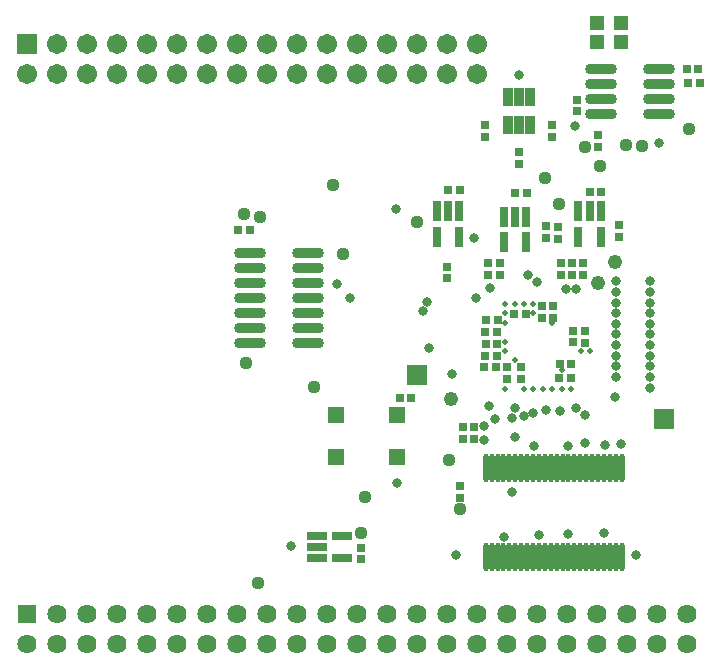
<source format=gts>
%FSLAX25Y25*%
%MOIN*%
G70*
G01*
G75*
G04 Layer_Color=8388736*
%ADD10R,0.02362X0.01969*%
%ADD11R,0.01969X0.02362*%
%ADD12R,0.03937X0.03937*%
%ADD13R,0.02756X0.05118*%
%ADD14O,0.09843X0.02756*%
%ADD15O,0.00984X0.08709*%
%ADD16R,0.02165X0.05709*%
%ADD17R,0.02165X0.05709*%
%ADD18R,0.05709X0.02165*%
%ADD19R,0.05709X0.02165*%
%ADD20R,0.05500X0.05500*%
%ADD21C,0.00600*%
%ADD22C,0.01000*%
%ADD23R,0.04016X0.47795*%
%ADD24R,0.19930X0.02835*%
%ADD25R,0.05709X0.11535*%
%ADD26R,0.11693X0.05748*%
%ADD27R,0.09685X0.11614*%
%ADD28R,0.10354X0.24724*%
%ADD29R,0.03976X0.38622*%
%ADD30R,0.07756X0.05591*%
%ADD31R,0.02795X0.25433*%
%ADD32R,0.11102X0.04685*%
%ADD33R,0.22165X0.17244*%
%ADD34R,0.18858X0.15748*%
%ADD35R,0.03150X0.09449*%
%ADD36R,0.06299X0.06299*%
%ADD37R,0.04331X0.03937*%
%ADD38R,0.14756X0.04150*%
%ADD39C,0.04000*%
%ADD40C,0.05906*%
%ADD41R,0.05906X0.05906*%
%ADD42R,0.06000X0.06000*%
%ADD43C,0.06000*%
%ADD44C,0.02400*%
%ADD45C,0.01181*%
%ADD46C,0.03600*%
%ADD47R,0.06102X0.05512*%
%ADD48C,0.01969*%
%ADD49R,0.06732X0.10591*%
%ADD50R,0.03740X0.01811*%
%ADD51R,0.01614X0.03150*%
%ADD52R,0.01811X0.06772*%
%ADD53R,0.04134X0.15748*%
%ADD54R,0.05118X0.03150*%
%ADD55R,0.10827X0.05079*%
%ADD56R,0.04764X0.03898*%
%ADD57R,0.07559X0.05039*%
%ADD58R,0.07323X0.08110*%
%ADD59R,0.08425X0.10433*%
%ADD60R,0.04882X0.04803*%
%ADD61R,0.07008X0.05315*%
%ADD62R,0.03701X0.18425*%
%ADD63R,0.06299X0.10630*%
%ADD64R,0.04724X0.02362*%
%ADD65R,0.06299X0.01969*%
%ADD66R,0.12165X0.03661*%
%ADD67R,0.14488X0.02402*%
%ADD68R,0.05236X0.01969*%
%ADD69R,0.14724X0.11417*%
%ADD70C,0.00984*%
%ADD71C,0.02362*%
%ADD72C,0.00394*%
%ADD73C,0.00787*%
%ADD74C,0.00100*%
%ADD75C,0.00800*%
%ADD76C,0.00500*%
%ADD77R,0.03162X0.02769*%
%ADD78R,0.02769X0.03162*%
%ADD79R,0.04737X0.04737*%
%ADD80R,0.03556X0.05918*%
%ADD81O,0.10642X0.03556*%
%ADD82O,0.01784X0.09509*%
%ADD83R,0.02965X0.06509*%
%ADD84R,0.02965X0.06509*%
%ADD85R,0.06509X0.02965*%
%ADD86R,0.06509X0.02965*%
%ADD87C,0.04800*%
%ADD88C,0.06706*%
%ADD89R,0.06706X0.06706*%
%ADD90R,0.06400X0.06400*%
%ADD91C,0.06400*%
%ADD92C,0.03200*%
%ADD93C,0.01981*%
%ADD94C,0.04400*%
D20*
X114887Y73690D02*
D03*
X135387D02*
D03*
X114887Y87690D02*
D03*
X135387D02*
D03*
D77*
X140079Y93386D02*
D03*
X136142D02*
D03*
X232166Y198414D02*
D03*
X236103D02*
D03*
X203416Y162031D02*
D03*
X199479D02*
D03*
X178613Y161638D02*
D03*
X174676D02*
D03*
X156172Y162819D02*
D03*
X152235D02*
D03*
X82156Y149299D02*
D03*
X86093D02*
D03*
X231772Y203138D02*
D03*
X235709D02*
D03*
X164961Y119409D02*
D03*
X168898D02*
D03*
X164685Y115512D02*
D03*
X168622D02*
D03*
X164606Y107520D02*
D03*
X168543D02*
D03*
X164803Y111535D02*
D03*
X168740D02*
D03*
X164331Y103622D02*
D03*
X168268D02*
D03*
X193347Y100118D02*
D03*
X189409D02*
D03*
X193377Y104709D02*
D03*
X189440D02*
D03*
X178150Y121417D02*
D03*
X174213D02*
D03*
D78*
X193858Y111969D02*
D03*
Y115905D02*
D03*
X195158Y188965D02*
D03*
Y192902D02*
D03*
X202244Y177154D02*
D03*
Y181091D02*
D03*
X175984Y175433D02*
D03*
Y171496D02*
D03*
X164606Y184449D02*
D03*
Y180512D02*
D03*
X187008Y184331D02*
D03*
Y180394D02*
D03*
X209322Y151008D02*
D03*
Y147071D02*
D03*
X188900Y146531D02*
D03*
Y150469D02*
D03*
X184912Y150614D02*
D03*
Y146677D02*
D03*
X190030Y138409D02*
D03*
Y134472D02*
D03*
X193574Y138409D02*
D03*
Y134472D02*
D03*
X169558Y138409D02*
D03*
Y134472D02*
D03*
X160897Y83685D02*
D03*
Y79748D02*
D03*
X157353Y83685D02*
D03*
Y79748D02*
D03*
X123367Y39654D02*
D03*
Y43591D02*
D03*
X151772Y133307D02*
D03*
Y137244D02*
D03*
X197117Y134472D02*
D03*
Y138409D02*
D03*
X165621Y138409D02*
D03*
Y134472D02*
D03*
X156172Y60063D02*
D03*
Y64000D02*
D03*
X187126Y124094D02*
D03*
Y120158D02*
D03*
X183425Y124173D02*
D03*
Y120236D02*
D03*
X171920Y99827D02*
D03*
Y103764D02*
D03*
X176693Y99882D02*
D03*
Y103819D02*
D03*
X198071Y111850D02*
D03*
Y115787D02*
D03*
D79*
X209922Y218454D02*
D03*
Y212154D02*
D03*
X202059Y218390D02*
D03*
Y212091D02*
D03*
D80*
X179724Y193858D02*
D03*
X175984D02*
D03*
X172244D02*
D03*
Y184409D02*
D03*
X175984D02*
D03*
X179724D02*
D03*
D81*
X203228Y203158D02*
D03*
Y198158D02*
D03*
Y193158D02*
D03*
Y188158D02*
D03*
X222520Y203158D02*
D03*
Y198158D02*
D03*
Y193158D02*
D03*
Y188158D02*
D03*
X105581Y111858D02*
D03*
Y116858D02*
D03*
Y121858D02*
D03*
Y126858D02*
D03*
Y131858D02*
D03*
Y136858D02*
D03*
Y141858D02*
D03*
X86290Y111858D02*
D03*
Y116858D02*
D03*
Y121858D02*
D03*
Y126858D02*
D03*
Y131858D02*
D03*
Y136858D02*
D03*
Y141858D02*
D03*
D82*
X164833Y40559D02*
D03*
X166802D02*
D03*
X168771D02*
D03*
X170739D02*
D03*
X172707D02*
D03*
X174676D02*
D03*
X176645D02*
D03*
X178613D02*
D03*
X180581D02*
D03*
X182550D02*
D03*
X184519D02*
D03*
X186487D02*
D03*
X188456D02*
D03*
X190424D02*
D03*
X192393D02*
D03*
X194361D02*
D03*
X196330D02*
D03*
X198298D02*
D03*
X200267D02*
D03*
X202235D02*
D03*
X204204D02*
D03*
X206172D02*
D03*
X208141D02*
D03*
X210109D02*
D03*
X164833Y70224D02*
D03*
X166802D02*
D03*
X168771D02*
D03*
X170739D02*
D03*
X172707D02*
D03*
X174676D02*
D03*
X176645D02*
D03*
X178613D02*
D03*
X180581D02*
D03*
X182550D02*
D03*
X184519D02*
D03*
X186487D02*
D03*
X188456D02*
D03*
X190424D02*
D03*
X192393D02*
D03*
X194361D02*
D03*
X196330D02*
D03*
X198298D02*
D03*
X200267D02*
D03*
X202235D02*
D03*
X204204D02*
D03*
X206172D02*
D03*
X208141D02*
D03*
X210109D02*
D03*
D83*
X203219Y155634D02*
D03*
X178416Y153799D02*
D03*
X155975Y155634D02*
D03*
D84*
X199479Y155634D02*
D03*
X195739D02*
D03*
Y147169D02*
D03*
X203219D02*
D03*
X174676Y153799D02*
D03*
X170936D02*
D03*
Y145335D02*
D03*
X178416D02*
D03*
X152235Y155634D02*
D03*
X148495D02*
D03*
Y147169D02*
D03*
X155975D02*
D03*
D85*
X108426Y47544D02*
D03*
D86*
X108426Y43804D02*
D03*
Y40064D02*
D03*
X116891D02*
D03*
Y47544D02*
D03*
D87*
X207992Y138661D02*
D03*
X153416Y93134D02*
D03*
X202235Y131716D02*
D03*
D88*
X162000Y201297D02*
D03*
Y211297D02*
D03*
X152000Y201297D02*
D03*
Y211297D02*
D03*
X142000Y201297D02*
D03*
Y211297D02*
D03*
X132000Y201297D02*
D03*
Y211297D02*
D03*
X122000Y201297D02*
D03*
Y211297D02*
D03*
X112000Y201297D02*
D03*
Y211297D02*
D03*
X102000Y201297D02*
D03*
Y211297D02*
D03*
X92000Y201297D02*
D03*
Y211297D02*
D03*
X82000Y201297D02*
D03*
Y211297D02*
D03*
X72000Y201297D02*
D03*
Y211297D02*
D03*
X62000Y201297D02*
D03*
Y211297D02*
D03*
X52000Y201297D02*
D03*
Y211297D02*
D03*
X42000Y201297D02*
D03*
Y211297D02*
D03*
X32000Y201297D02*
D03*
Y211297D02*
D03*
X22000Y201297D02*
D03*
Y211297D02*
D03*
X12000Y201297D02*
D03*
D89*
Y211297D02*
D03*
X141999Y101008D02*
D03*
X224200Y86339D02*
D03*
D90*
X12000Y21297D02*
D03*
D91*
Y11297D02*
D03*
X92001Y21297D02*
D03*
X82000Y11297D02*
D03*
Y21297D02*
D03*
X62001D02*
D03*
X72000Y11297D02*
D03*
X62001D02*
D03*
X102000Y21297D02*
D03*
X72000D02*
D03*
X92001Y11297D02*
D03*
X132001D02*
D03*
X52000Y21297D02*
D03*
X42000D02*
D03*
Y11297D02*
D03*
X52000D02*
D03*
X142000D02*
D03*
Y21297D02*
D03*
X152000D02*
D03*
Y11297D02*
D03*
X232000Y21297D02*
D03*
X222001Y11297D02*
D03*
X212000Y21297D02*
D03*
Y11297D02*
D03*
X202000Y21297D02*
D03*
Y11297D02*
D03*
X192000D02*
D03*
X182001D02*
D03*
X172001D02*
D03*
X182001Y21297D02*
D03*
X172001D02*
D03*
X162001D02*
D03*
Y11297D02*
D03*
X32000Y21297D02*
D03*
Y11297D02*
D03*
X102000D02*
D03*
X132001Y21297D02*
D03*
X122001Y11297D02*
D03*
X192000Y21297D02*
D03*
X232000Y11297D02*
D03*
X222001Y21297D02*
D03*
X112001D02*
D03*
X122001D02*
D03*
X112001Y11297D02*
D03*
X22001Y21297D02*
D03*
Y11297D02*
D03*
D92*
X178800Y134400D02*
D03*
X207953Y93622D02*
D03*
X175984Y201024D02*
D03*
X164331Y79331D02*
D03*
X192393Y48237D02*
D03*
X182550Y47904D02*
D03*
X170787Y47087D02*
D03*
X204095Y48583D02*
D03*
X100039Y44094D02*
D03*
X135315Y65197D02*
D03*
X194528Y184016D02*
D03*
X222520Y178532D02*
D03*
X165791Y90828D02*
D03*
X153543Y101457D02*
D03*
X145984Y110236D02*
D03*
X208313Y114646D02*
D03*
Y132362D02*
D03*
Y128819D02*
D03*
Y100472D02*
D03*
Y107559D02*
D03*
Y104016D02*
D03*
Y125276D02*
D03*
Y111102D02*
D03*
Y118189D02*
D03*
Y121732D02*
D03*
X191605Y129748D02*
D03*
X194755D02*
D03*
X166408Y130141D02*
D03*
X164173Y84252D02*
D03*
X168032Y86339D02*
D03*
X145276Y125551D02*
D03*
X143898Y122362D02*
D03*
X181850Y132047D02*
D03*
X210079Y78071D02*
D03*
X204606Y77638D02*
D03*
X184881Y89567D02*
D03*
X180669Y88307D02*
D03*
X177667Y87346D02*
D03*
X173465Y86614D02*
D03*
X174488Y90197D02*
D03*
X189606Y89016D02*
D03*
X194921Y90000D02*
D03*
X160995Y146677D02*
D03*
X119558Y126858D02*
D03*
X115227Y131582D02*
D03*
X134912Y156519D02*
D03*
X197904Y87622D02*
D03*
X174676Y80535D02*
D03*
X219561Y121732D02*
D03*
Y118189D02*
D03*
Y111102D02*
D03*
X161727Y126705D02*
D03*
X180936Y77464D02*
D03*
X219561Y125276D02*
D03*
X173630Y62031D02*
D03*
X219561Y104016D02*
D03*
Y107559D02*
D03*
Y96929D02*
D03*
Y100472D02*
D03*
X192403Y77402D02*
D03*
X197907Y78423D02*
D03*
X219561Y128819D02*
D03*
Y132362D02*
D03*
Y114646D02*
D03*
X214833Y41165D02*
D03*
X154991Y41165D02*
D03*
D93*
X180748Y121693D02*
D03*
X171299D02*
D03*
Y109095D02*
D03*
X199646D02*
D03*
X196496D02*
D03*
X171299Y112244D02*
D03*
X190197Y102795D02*
D03*
X187047Y118543D02*
D03*
X174449Y105945D02*
D03*
X171299Y118543D02*
D03*
Y124843D02*
D03*
X174449D02*
D03*
X180748D02*
D03*
X177598D02*
D03*
X183898Y96496D02*
D03*
X171259Y96496D02*
D03*
X193347Y96496D02*
D03*
X190197D02*
D03*
X187047D02*
D03*
X177598D02*
D03*
X180748D02*
D03*
D94*
X156102Y56417D02*
D03*
X89724Y153740D02*
D03*
X89016Y31653D02*
D03*
X232638Y182992D02*
D03*
X197823Y177154D02*
D03*
X113819Y164370D02*
D03*
X107609Y97004D02*
D03*
X152629Y72661D02*
D03*
X189243Y158094D02*
D03*
X141999Y152189D02*
D03*
X184519Y166756D02*
D03*
X117196Y141425D02*
D03*
X84912Y105204D02*
D03*
X124563Y60583D02*
D03*
X84244Y154690D02*
D03*
X123389Y48364D02*
D03*
X203013Y170625D02*
D03*
X211741Y177639D02*
D03*
X216885Y177483D02*
D03*
M02*

</source>
